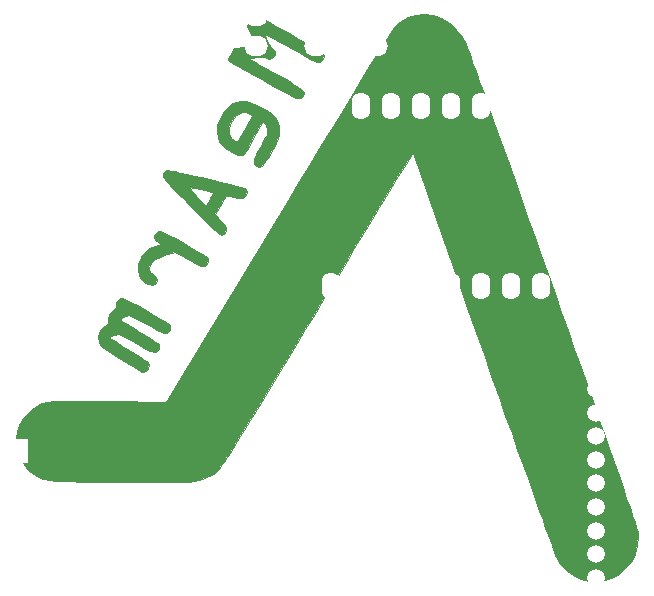
<source format=gbo>
G04 #@! TF.FileFunction,Legend,Bot*
%FSLAX46Y46*%
G04 Gerber Fmt 4.6, Leading zero omitted, Abs format (unit mm)*
G04 Created by KiCad (PCBNEW (2015-01-16 BZR 5376)-product) date 26/03/2015 09:41:38*
%MOMM*%
G01*
G04 APERTURE LIST*
%ADD10C,0.100000*%
%ADD11C,2.000000*%
%ADD12R,2.000000X2.000000*%
%ADD13R,1.574800X2.286000*%
%ADD14O,1.574800X2.286000*%
%ADD15R,1.727200X1.727200*%
%ADD16O,1.727200X1.727200*%
%ADD17C,4.800600*%
%ADD18R,4.800600X4.800600*%
%ADD19R,2.032000X1.727200*%
%ADD20O,2.032000X1.727200*%
%ADD21C,1.500000*%
G04 APERTURE END LIST*
D10*
G36*
X122465325Y-113611348D02*
X122515355Y-114314765D01*
X122705227Y-114987783D01*
X123027061Y-115607944D01*
X123472978Y-116152791D01*
X124035099Y-116599865D01*
X124434916Y-116816454D01*
X124582143Y-116879145D01*
X124739817Y-116933857D01*
X124920353Y-116981263D01*
X125136166Y-117022039D01*
X125399669Y-117056858D01*
X125723279Y-117086395D01*
X126119410Y-117111325D01*
X126600476Y-117132321D01*
X127178892Y-117150058D01*
X127867073Y-117165211D01*
X128677433Y-117178453D01*
X129622388Y-117190460D01*
X130714352Y-117201906D01*
X131699661Y-117211090D01*
X132798147Y-117220345D01*
X133741230Y-117226755D01*
X134542819Y-117230132D01*
X135216823Y-117230289D01*
X135777151Y-117227037D01*
X136237712Y-117220191D01*
X136612415Y-117209562D01*
X136915169Y-117194963D01*
X137159884Y-117176208D01*
X137360469Y-117153108D01*
X137488581Y-117133121D01*
X138198565Y-116968408D01*
X138781926Y-116736920D01*
X139273950Y-116421476D01*
X139633249Y-116088920D01*
X139717235Y-115985062D01*
X139846883Y-115802733D01*
X140024931Y-115537488D01*
X140254116Y-115184880D01*
X140537177Y-114740463D01*
X140876851Y-114199792D01*
X141275876Y-113558420D01*
X141736991Y-112811902D01*
X142262932Y-111955792D01*
X142856439Y-110985644D01*
X143520249Y-109897011D01*
X144257099Y-108685448D01*
X145069729Y-107346509D01*
X145960875Y-105875748D01*
X146933276Y-104268719D01*
X147989669Y-102520976D01*
X148039667Y-102438217D01*
X148867278Y-101069084D01*
X149671451Y-99740288D01*
X150447825Y-98458964D01*
X151192042Y-97232248D01*
X151899743Y-96067275D01*
X152566567Y-94971180D01*
X153188156Y-93951100D01*
X153760151Y-93014169D01*
X154278192Y-92167524D01*
X154737920Y-91418299D01*
X155134975Y-90773631D01*
X155464999Y-90240654D01*
X155723632Y-89826505D01*
X155906514Y-89538318D01*
X156009287Y-89383229D01*
X156031166Y-89357360D01*
X157048357Y-92237593D01*
X158010601Y-94961922D01*
X158919246Y-97534143D01*
X159775638Y-99958053D01*
X160581126Y-102237449D01*
X161337056Y-104376129D01*
X162044776Y-106377889D01*
X162705633Y-108246528D01*
X163320974Y-109985841D01*
X163892148Y-111599626D01*
X164420500Y-113091680D01*
X164907379Y-114465801D01*
X165354132Y-115725785D01*
X165762105Y-116875429D01*
X166132647Y-117918531D01*
X166467104Y-118858888D01*
X166766825Y-119700296D01*
X167033156Y-120446554D01*
X167267444Y-121101457D01*
X167471037Y-121668804D01*
X167645283Y-122152391D01*
X167791528Y-122556016D01*
X167911120Y-122883475D01*
X168005406Y-123138566D01*
X168075733Y-123325086D01*
X168123449Y-123446832D01*
X168144683Y-123496779D01*
X168524340Y-124131639D01*
X169022826Y-124670788D01*
X169615063Y-125100951D01*
X170275976Y-125408849D01*
X170980487Y-125581206D01*
X171703519Y-125604745D01*
X172042667Y-125560612D01*
X172801792Y-125339701D01*
X173475414Y-124983958D01*
X174050894Y-124510781D01*
X174515592Y-123937568D01*
X174856869Y-123281715D01*
X175062084Y-122560621D01*
X175118598Y-121791684D01*
X175084380Y-121373955D01*
X175050924Y-121254674D01*
X174963585Y-120984085D01*
X174825268Y-120570411D01*
X174638875Y-120021870D01*
X174407308Y-119346685D01*
X174133469Y-118553077D01*
X173820263Y-117649267D01*
X173470591Y-116643475D01*
X173087356Y-115543923D01*
X172673461Y-114358832D01*
X172231808Y-113096422D01*
X171765300Y-111764915D01*
X171276839Y-110372532D01*
X170769329Y-108927494D01*
X170245672Y-107438022D01*
X169708770Y-105912336D01*
X169161526Y-104358658D01*
X168606844Y-102785209D01*
X168047625Y-101200210D01*
X167486771Y-99611882D01*
X166927187Y-98028446D01*
X166371774Y-96458123D01*
X165823436Y-94909134D01*
X165285074Y-93389700D01*
X164759591Y-91908041D01*
X164249891Y-90472380D01*
X163758875Y-89090937D01*
X163289446Y-87771933D01*
X162844508Y-86523589D01*
X162426962Y-85354127D01*
X162039712Y-84271766D01*
X161685659Y-83284729D01*
X161367707Y-82401235D01*
X161088758Y-81629507D01*
X160851716Y-80977766D01*
X160659481Y-80454231D01*
X160514958Y-80067125D01*
X160421049Y-79824668D01*
X160384935Y-79741497D01*
X160152234Y-79398782D01*
X159818861Y-79015339D01*
X159427533Y-78631511D01*
X159020969Y-78287645D01*
X158641886Y-78024085D01*
X158468625Y-77931624D01*
X157742771Y-77684443D01*
X157009023Y-77594465D01*
X156289173Y-77657507D01*
X155605008Y-77869390D01*
X154978319Y-78225932D01*
X154448711Y-78702968D01*
X154358495Y-78827418D01*
X154183654Y-79093323D01*
X153926536Y-79496847D01*
X153589488Y-80034154D01*
X153174857Y-80701408D01*
X152684991Y-81494773D01*
X152122237Y-82410411D01*
X151488942Y-83444487D01*
X150787453Y-84593165D01*
X150020118Y-85852608D01*
X149189283Y-87218980D01*
X148297297Y-88688445D01*
X147346507Y-90257166D01*
X146339259Y-91921308D01*
X145277901Y-93677033D01*
X144610667Y-94781815D01*
X135170333Y-110418036D01*
X130328186Y-110361884D01*
X129254711Y-110349660D01*
X128336043Y-110340404D01*
X127557668Y-110335038D01*
X126905073Y-110334482D01*
X126363743Y-110339657D01*
X125919165Y-110351484D01*
X125556826Y-110370882D01*
X125262210Y-110398773D01*
X125020806Y-110436077D01*
X124818097Y-110483715D01*
X124639572Y-110542607D01*
X124470716Y-110613675D01*
X124297014Y-110697838D01*
X124192100Y-110751091D01*
X123840034Y-110986770D01*
X123468748Y-111326858D01*
X123126477Y-111720446D01*
X122861456Y-112116624D01*
X122816309Y-112203148D01*
X122563017Y-112899990D01*
X122465325Y-113611348D01*
X122465325Y-113611348D01*
X122465325Y-113611348D01*
G37*
X122465325Y-113611348D02*
X122515355Y-114314765D01*
X122705227Y-114987783D01*
X123027061Y-115607944D01*
X123472978Y-116152791D01*
X124035099Y-116599865D01*
X124434916Y-116816454D01*
X124582143Y-116879145D01*
X124739817Y-116933857D01*
X124920353Y-116981263D01*
X125136166Y-117022039D01*
X125399669Y-117056858D01*
X125723279Y-117086395D01*
X126119410Y-117111325D01*
X126600476Y-117132321D01*
X127178892Y-117150058D01*
X127867073Y-117165211D01*
X128677433Y-117178453D01*
X129622388Y-117190460D01*
X130714352Y-117201906D01*
X131699661Y-117211090D01*
X132798147Y-117220345D01*
X133741230Y-117226755D01*
X134542819Y-117230132D01*
X135216823Y-117230289D01*
X135777151Y-117227037D01*
X136237712Y-117220191D01*
X136612415Y-117209562D01*
X136915169Y-117194963D01*
X137159884Y-117176208D01*
X137360469Y-117153108D01*
X137488581Y-117133121D01*
X138198565Y-116968408D01*
X138781926Y-116736920D01*
X139273950Y-116421476D01*
X139633249Y-116088920D01*
X139717235Y-115985062D01*
X139846883Y-115802733D01*
X140024931Y-115537488D01*
X140254116Y-115184880D01*
X140537177Y-114740463D01*
X140876851Y-114199792D01*
X141275876Y-113558420D01*
X141736991Y-112811902D01*
X142262932Y-111955792D01*
X142856439Y-110985644D01*
X143520249Y-109897011D01*
X144257099Y-108685448D01*
X145069729Y-107346509D01*
X145960875Y-105875748D01*
X146933276Y-104268719D01*
X147989669Y-102520976D01*
X148039667Y-102438217D01*
X148867278Y-101069084D01*
X149671451Y-99740288D01*
X150447825Y-98458964D01*
X151192042Y-97232248D01*
X151899743Y-96067275D01*
X152566567Y-94971180D01*
X153188156Y-93951100D01*
X153760151Y-93014169D01*
X154278192Y-92167524D01*
X154737920Y-91418299D01*
X155134975Y-90773631D01*
X155464999Y-90240654D01*
X155723632Y-89826505D01*
X155906514Y-89538318D01*
X156009287Y-89383229D01*
X156031166Y-89357360D01*
X157048357Y-92237593D01*
X158010601Y-94961922D01*
X158919246Y-97534143D01*
X159775638Y-99958053D01*
X160581126Y-102237449D01*
X161337056Y-104376129D01*
X162044776Y-106377889D01*
X162705633Y-108246528D01*
X163320974Y-109985841D01*
X163892148Y-111599626D01*
X164420500Y-113091680D01*
X164907379Y-114465801D01*
X165354132Y-115725785D01*
X165762105Y-116875429D01*
X166132647Y-117918531D01*
X166467104Y-118858888D01*
X166766825Y-119700296D01*
X167033156Y-120446554D01*
X167267444Y-121101457D01*
X167471037Y-121668804D01*
X167645283Y-122152391D01*
X167791528Y-122556016D01*
X167911120Y-122883475D01*
X168005406Y-123138566D01*
X168075733Y-123325086D01*
X168123449Y-123446832D01*
X168144683Y-123496779D01*
X168524340Y-124131639D01*
X169022826Y-124670788D01*
X169615063Y-125100951D01*
X170275976Y-125408849D01*
X170980487Y-125581206D01*
X171703519Y-125604745D01*
X172042667Y-125560612D01*
X172801792Y-125339701D01*
X173475414Y-124983958D01*
X174050894Y-124510781D01*
X174515592Y-123937568D01*
X174856869Y-123281715D01*
X175062084Y-122560621D01*
X175118598Y-121791684D01*
X175084380Y-121373955D01*
X175050924Y-121254674D01*
X174963585Y-120984085D01*
X174825268Y-120570411D01*
X174638875Y-120021870D01*
X174407308Y-119346685D01*
X174133469Y-118553077D01*
X173820263Y-117649267D01*
X173470591Y-116643475D01*
X173087356Y-115543923D01*
X172673461Y-114358832D01*
X172231808Y-113096422D01*
X171765300Y-111764915D01*
X171276839Y-110372532D01*
X170769329Y-108927494D01*
X170245672Y-107438022D01*
X169708770Y-105912336D01*
X169161526Y-104358658D01*
X168606844Y-102785209D01*
X168047625Y-101200210D01*
X167486771Y-99611882D01*
X166927187Y-98028446D01*
X166371774Y-96458123D01*
X165823436Y-94909134D01*
X165285074Y-93389700D01*
X164759591Y-91908041D01*
X164249891Y-90472380D01*
X163758875Y-89090937D01*
X163289446Y-87771933D01*
X162844508Y-86523589D01*
X162426962Y-85354127D01*
X162039712Y-84271766D01*
X161685659Y-83284729D01*
X161367707Y-82401235D01*
X161088758Y-81629507D01*
X160851716Y-80977766D01*
X160659481Y-80454231D01*
X160514958Y-80067125D01*
X160421049Y-79824668D01*
X160384935Y-79741497D01*
X160152234Y-79398782D01*
X159818861Y-79015339D01*
X159427533Y-78631511D01*
X159020969Y-78287645D01*
X158641886Y-78024085D01*
X158468625Y-77931624D01*
X157742771Y-77684443D01*
X157009023Y-77594465D01*
X156289173Y-77657507D01*
X155605008Y-77869390D01*
X154978319Y-78225932D01*
X154448711Y-78702968D01*
X154358495Y-78827418D01*
X154183654Y-79093323D01*
X153926536Y-79496847D01*
X153589488Y-80034154D01*
X153174857Y-80701408D01*
X152684991Y-81494773D01*
X152122237Y-82410411D01*
X151488942Y-83444487D01*
X150787453Y-84593165D01*
X150020118Y-85852608D01*
X149189283Y-87218980D01*
X148297297Y-88688445D01*
X147346507Y-90257166D01*
X146339259Y-91921308D01*
X145277901Y-93677033D01*
X144610667Y-94781815D01*
X135170333Y-110418036D01*
X130328186Y-110361884D01*
X129254711Y-110349660D01*
X128336043Y-110340404D01*
X127557668Y-110335038D01*
X126905073Y-110334482D01*
X126363743Y-110339657D01*
X125919165Y-110351484D01*
X125556826Y-110370882D01*
X125262210Y-110398773D01*
X125020806Y-110436077D01*
X124818097Y-110483715D01*
X124639572Y-110542607D01*
X124470716Y-110613675D01*
X124297014Y-110697838D01*
X124192100Y-110751091D01*
X123840034Y-110986770D01*
X123468748Y-111326858D01*
X123126477Y-111720446D01*
X122861456Y-112116624D01*
X122816309Y-112203148D01*
X122563017Y-112899990D01*
X122465325Y-113611348D01*
X122465325Y-113611348D01*
G36*
X129381018Y-104945174D02*
X129436442Y-105329863D01*
X129561167Y-105577953D01*
X129716425Y-105736567D01*
X130013271Y-105964807D01*
X130454434Y-106264570D01*
X131042641Y-106637752D01*
X131402667Y-106858500D01*
X131882424Y-107146684D01*
X132318790Y-107402669D01*
X132689465Y-107613869D01*
X132972152Y-107767699D01*
X133144554Y-107851572D01*
X133182995Y-107863360D01*
X133347067Y-107818669D01*
X133500495Y-107733532D01*
X133650231Y-107538650D01*
X133683469Y-107291105D01*
X133596300Y-107062251D01*
X133540500Y-107003039D01*
X133425238Y-106922124D01*
X133189002Y-106769288D01*
X132856018Y-106559741D01*
X132450509Y-106308693D01*
X131996698Y-106031353D01*
X131885734Y-105964050D01*
X131437121Y-105687359D01*
X131044606Y-105435683D01*
X130729098Y-105223228D01*
X130511512Y-105064204D01*
X130412759Y-104972820D01*
X130409359Y-104960925D01*
X130502036Y-104880327D01*
X130698395Y-104786514D01*
X130785232Y-104755034D01*
X131130881Y-104639817D01*
X132579469Y-105457330D01*
X133136480Y-105767016D01*
X133568294Y-105992790D01*
X133893925Y-106139485D01*
X134132390Y-106211937D01*
X134302705Y-106214979D01*
X134423884Y-106153448D01*
X134514945Y-106032177D01*
X134551474Y-105958720D01*
X134599710Y-105818900D01*
X134598521Y-105689175D01*
X134533078Y-105556381D01*
X134388552Y-105407352D01*
X134150116Y-105228924D01*
X133802941Y-105007929D01*
X133332198Y-104731204D01*
X132877852Y-104472801D01*
X132408220Y-104202903D01*
X131992957Y-103954954D01*
X131653448Y-103742492D01*
X131411077Y-103579057D01*
X131287230Y-103478187D01*
X131275667Y-103458438D01*
X131347574Y-103365547D01*
X131531070Y-103250420D01*
X131667881Y-103187319D01*
X132060095Y-103026359D01*
X133403548Y-103780515D01*
X133843068Y-104025683D01*
X134239126Y-104243681D01*
X134565086Y-104420080D01*
X134794312Y-104540452D01*
X134895902Y-104588960D01*
X135145391Y-104604660D01*
X135357741Y-104492998D01*
X135497039Y-104295942D01*
X135527371Y-104055461D01*
X135478509Y-103908127D01*
X135378665Y-103817650D01*
X135153004Y-103662899D01*
X134826008Y-103457601D01*
X134422161Y-103215482D01*
X133965945Y-102950266D01*
X133481842Y-102675679D01*
X132994335Y-102405448D01*
X132527907Y-102153297D01*
X132107041Y-101932953D01*
X131756219Y-101758140D01*
X131499923Y-101642585D01*
X131362637Y-101600013D01*
X131361452Y-101600000D01*
X131146580Y-101674777D01*
X130987278Y-101860924D01*
X130923866Y-102101167D01*
X130935635Y-102204868D01*
X130937504Y-102363206D01*
X130826200Y-102487652D01*
X130724313Y-102550581D01*
X130477395Y-102775254D01*
X130303970Y-103097407D01*
X130234539Y-103450735D01*
X130244067Y-103594605D01*
X130254360Y-103780632D01*
X130180491Y-103896526D01*
X129997785Y-103999707D01*
X129673101Y-104238847D01*
X129463708Y-104567752D01*
X129381018Y-104945174D01*
X129381018Y-104945174D01*
X129381018Y-104945174D01*
G37*
X129381018Y-104945174D02*
X129436442Y-105329863D01*
X129561167Y-105577953D01*
X129716425Y-105736567D01*
X130013271Y-105964807D01*
X130454434Y-106264570D01*
X131042641Y-106637752D01*
X131402667Y-106858500D01*
X131882424Y-107146684D01*
X132318790Y-107402669D01*
X132689465Y-107613869D01*
X132972152Y-107767699D01*
X133144554Y-107851572D01*
X133182995Y-107863360D01*
X133347067Y-107818669D01*
X133500495Y-107733532D01*
X133650231Y-107538650D01*
X133683469Y-107291105D01*
X133596300Y-107062251D01*
X133540500Y-107003039D01*
X133425238Y-106922124D01*
X133189002Y-106769288D01*
X132856018Y-106559741D01*
X132450509Y-106308693D01*
X131996698Y-106031353D01*
X131885734Y-105964050D01*
X131437121Y-105687359D01*
X131044606Y-105435683D01*
X130729098Y-105223228D01*
X130511512Y-105064204D01*
X130412759Y-104972820D01*
X130409359Y-104960925D01*
X130502036Y-104880327D01*
X130698395Y-104786514D01*
X130785232Y-104755034D01*
X131130881Y-104639817D01*
X132579469Y-105457330D01*
X133136480Y-105767016D01*
X133568294Y-105992790D01*
X133893925Y-106139485D01*
X134132390Y-106211937D01*
X134302705Y-106214979D01*
X134423884Y-106153448D01*
X134514945Y-106032177D01*
X134551474Y-105958720D01*
X134599710Y-105818900D01*
X134598521Y-105689175D01*
X134533078Y-105556381D01*
X134388552Y-105407352D01*
X134150116Y-105228924D01*
X133802941Y-105007929D01*
X133332198Y-104731204D01*
X132877852Y-104472801D01*
X132408220Y-104202903D01*
X131992957Y-103954954D01*
X131653448Y-103742492D01*
X131411077Y-103579057D01*
X131287230Y-103478187D01*
X131275667Y-103458438D01*
X131347574Y-103365547D01*
X131531070Y-103250420D01*
X131667881Y-103187319D01*
X132060095Y-103026359D01*
X133403548Y-103780515D01*
X133843068Y-104025683D01*
X134239126Y-104243681D01*
X134565086Y-104420080D01*
X134794312Y-104540452D01*
X134895902Y-104588960D01*
X135145391Y-104604660D01*
X135357741Y-104492998D01*
X135497039Y-104295942D01*
X135527371Y-104055461D01*
X135478509Y-103908127D01*
X135378665Y-103817650D01*
X135153004Y-103662899D01*
X134826008Y-103457601D01*
X134422161Y-103215482D01*
X133965945Y-102950266D01*
X133481842Y-102675679D01*
X132994335Y-102405448D01*
X132527907Y-102153297D01*
X132107041Y-101932953D01*
X131756219Y-101758140D01*
X131499923Y-101642585D01*
X131362637Y-101600013D01*
X131361452Y-101600000D01*
X131146580Y-101674777D01*
X130987278Y-101860924D01*
X130923866Y-102101167D01*
X130935635Y-102204868D01*
X130937504Y-102363206D01*
X130826200Y-102487652D01*
X130724313Y-102550581D01*
X130477395Y-102775254D01*
X130303970Y-103097407D01*
X130234539Y-103450735D01*
X130244067Y-103594605D01*
X130254360Y-103780632D01*
X130180491Y-103896526D01*
X129997785Y-103999707D01*
X129673101Y-104238847D01*
X129463708Y-104567752D01*
X129381018Y-104945174D01*
X129381018Y-104945174D01*
G36*
X132748913Y-99206863D02*
X132827277Y-99652617D01*
X133037354Y-100037398D01*
X133370393Y-100330457D01*
X133671542Y-100461275D01*
X133957735Y-100495951D01*
X134182866Y-100434226D01*
X134278355Y-100335566D01*
X134360013Y-100081907D01*
X134301251Y-99854285D01*
X134091659Y-99620870D01*
X134027333Y-99568000D01*
X133832895Y-99394072D01*
X133710412Y-99246184D01*
X133688667Y-99190549D01*
X133727692Y-99057888D01*
X133827280Y-98840220D01*
X133901562Y-98700416D01*
X134003601Y-98530003D01*
X134109114Y-98404735D01*
X134253274Y-98302265D01*
X134471256Y-98200244D01*
X134798232Y-98076322D01*
X134994550Y-98005945D01*
X135874642Y-97692384D01*
X136865450Y-98254885D01*
X137341027Y-98522725D01*
X137695163Y-98714582D01*
X137952390Y-98840292D01*
X138137243Y-98909689D01*
X138274257Y-98932609D01*
X138387964Y-98918886D01*
X138461605Y-98894745D01*
X138640303Y-98746951D01*
X138732773Y-98515141D01*
X138712904Y-98273599D01*
X138694288Y-98232763D01*
X138596009Y-98144995D01*
X138372003Y-97992614D01*
X138046681Y-97789313D01*
X137644457Y-97548784D01*
X137189742Y-97284719D01*
X136706950Y-97010812D01*
X136220491Y-96740755D01*
X135754779Y-96488241D01*
X135334226Y-96266961D01*
X134983243Y-96090610D01*
X134726245Y-95972879D01*
X134587643Y-95927461D01*
X134583979Y-95927333D01*
X134372274Y-96001572D01*
X134197330Y-96184386D01*
X134113400Y-96415924D01*
X134112000Y-96448008D01*
X134173436Y-96586330D01*
X134328154Y-96765070D01*
X134408719Y-96836919D01*
X134705437Y-97081500D01*
X134241551Y-97227727D01*
X133757199Y-97436239D01*
X133374818Y-97738678D01*
X133052034Y-98170004D01*
X133007150Y-98246215D01*
X132807218Y-98728581D01*
X132748913Y-99206863D01*
X132748913Y-99206863D01*
X132748913Y-99206863D01*
G37*
X132748913Y-99206863D02*
X132827277Y-99652617D01*
X133037354Y-100037398D01*
X133370393Y-100330457D01*
X133671542Y-100461275D01*
X133957735Y-100495951D01*
X134182866Y-100434226D01*
X134278355Y-100335566D01*
X134360013Y-100081907D01*
X134301251Y-99854285D01*
X134091659Y-99620870D01*
X134027333Y-99568000D01*
X133832895Y-99394072D01*
X133710412Y-99246184D01*
X133688667Y-99190549D01*
X133727692Y-99057888D01*
X133827280Y-98840220D01*
X133901562Y-98700416D01*
X134003601Y-98530003D01*
X134109114Y-98404735D01*
X134253274Y-98302265D01*
X134471256Y-98200244D01*
X134798232Y-98076322D01*
X134994550Y-98005945D01*
X135874642Y-97692384D01*
X136865450Y-98254885D01*
X137341027Y-98522725D01*
X137695163Y-98714582D01*
X137952390Y-98840292D01*
X138137243Y-98909689D01*
X138274257Y-98932609D01*
X138387964Y-98918886D01*
X138461605Y-98894745D01*
X138640303Y-98746951D01*
X138732773Y-98515141D01*
X138712904Y-98273599D01*
X138694288Y-98232763D01*
X138596009Y-98144995D01*
X138372003Y-97992614D01*
X138046681Y-97789313D01*
X137644457Y-97548784D01*
X137189742Y-97284719D01*
X136706950Y-97010812D01*
X136220491Y-96740755D01*
X135754779Y-96488241D01*
X135334226Y-96266961D01*
X134983243Y-96090610D01*
X134726245Y-95972879D01*
X134587643Y-95927461D01*
X134583979Y-95927333D01*
X134372274Y-96001572D01*
X134197330Y-96184386D01*
X134113400Y-96415924D01*
X134112000Y-96448008D01*
X134173436Y-96586330D01*
X134328154Y-96765070D01*
X134408719Y-96836919D01*
X134705437Y-97081500D01*
X134241551Y-97227727D01*
X133757199Y-97436239D01*
X133374818Y-97738678D01*
X133052034Y-98170004D01*
X133007150Y-98246215D01*
X132807218Y-98728581D01*
X132748913Y-99206863D01*
X132748913Y-99206863D01*
G36*
X134903963Y-91179069D02*
X134909290Y-91384386D01*
X134978130Y-91483891D01*
X135153085Y-91689318D01*
X135420938Y-91986450D01*
X135768470Y-92361072D01*
X136182463Y-92798966D01*
X136649698Y-93285916D01*
X137100229Y-93749352D01*
X137100229Y-92236075D01*
X137101128Y-92232650D01*
X137189033Y-92238526D01*
X137402971Y-92274507D01*
X137704038Y-92332362D01*
X138053330Y-92403858D01*
X138411945Y-92480762D01*
X138740977Y-92554842D01*
X139001525Y-92617865D01*
X139154683Y-92661600D01*
X139177355Y-92672004D01*
X139151667Y-92750476D01*
X139058652Y-92937851D01*
X138916943Y-93197141D01*
X138881022Y-93260266D01*
X138557000Y-93825711D01*
X137810550Y-93047694D01*
X137532899Y-92752733D01*
X137308024Y-92503131D01*
X137156833Y-92322906D01*
X137100229Y-92236075D01*
X137100229Y-93749352D01*
X137156958Y-93807707D01*
X137265990Y-93919012D01*
X137875094Y-94538986D01*
X138378222Y-95046779D01*
X138787491Y-95451571D01*
X139115017Y-95762541D01*
X139372915Y-95988868D01*
X139573302Y-96139732D01*
X139728293Y-96224311D01*
X139850005Y-96251784D01*
X139950553Y-96231332D01*
X140042054Y-96172133D01*
X140130671Y-96089329D01*
X140250638Y-95900284D01*
X140244771Y-95682905D01*
X140106789Y-95419453D01*
X139830412Y-95092192D01*
X139747349Y-95006777D01*
X139296380Y-94551887D01*
X139716571Y-93821443D01*
X139902776Y-93502807D01*
X140063135Y-93237655D01*
X140175641Y-93061894D01*
X140211538Y-93013742D01*
X140332266Y-92991041D01*
X140583663Y-93013688D01*
X140934073Y-93078820D01*
X140936224Y-93079292D01*
X141271416Y-93148710D01*
X141488070Y-93177346D01*
X141631839Y-93165835D01*
X141748376Y-93114811D01*
X141786067Y-93091097D01*
X141944504Y-92898588D01*
X141983263Y-92651074D01*
X141897499Y-92417695D01*
X141837833Y-92352728D01*
X141720847Y-92302626D01*
X141461083Y-92222541D01*
X141080762Y-92117655D01*
X140602104Y-91993147D01*
X140047330Y-91854198D01*
X139438659Y-91705988D01*
X138798312Y-91553699D01*
X138148508Y-91402510D01*
X137511469Y-91257602D01*
X136909413Y-91124155D01*
X136364562Y-91007351D01*
X135899134Y-90912369D01*
X135535351Y-90844390D01*
X135295433Y-90808595D01*
X135207020Y-90806792D01*
X135010420Y-90948111D01*
X134903963Y-91179069D01*
X134903963Y-91179069D01*
X134903963Y-91179069D01*
G37*
X134903963Y-91179069D02*
X134909290Y-91384386D01*
X134978130Y-91483891D01*
X135153085Y-91689318D01*
X135420938Y-91986450D01*
X135768470Y-92361072D01*
X136182463Y-92798966D01*
X136649698Y-93285916D01*
X137100229Y-93749352D01*
X137100229Y-92236075D01*
X137101128Y-92232650D01*
X137189033Y-92238526D01*
X137402971Y-92274507D01*
X137704038Y-92332362D01*
X138053330Y-92403858D01*
X138411945Y-92480762D01*
X138740977Y-92554842D01*
X139001525Y-92617865D01*
X139154683Y-92661600D01*
X139177355Y-92672004D01*
X139151667Y-92750476D01*
X139058652Y-92937851D01*
X138916943Y-93197141D01*
X138881022Y-93260266D01*
X138557000Y-93825711D01*
X137810550Y-93047694D01*
X137532899Y-92752733D01*
X137308024Y-92503131D01*
X137156833Y-92322906D01*
X137100229Y-92236075D01*
X137100229Y-93749352D01*
X137156958Y-93807707D01*
X137265990Y-93919012D01*
X137875094Y-94538986D01*
X138378222Y-95046779D01*
X138787491Y-95451571D01*
X139115017Y-95762541D01*
X139372915Y-95988868D01*
X139573302Y-96139732D01*
X139728293Y-96224311D01*
X139850005Y-96251784D01*
X139950553Y-96231332D01*
X140042054Y-96172133D01*
X140130671Y-96089329D01*
X140250638Y-95900284D01*
X140244771Y-95682905D01*
X140106789Y-95419453D01*
X139830412Y-95092192D01*
X139747349Y-95006777D01*
X139296380Y-94551887D01*
X139716571Y-93821443D01*
X139902776Y-93502807D01*
X140063135Y-93237655D01*
X140175641Y-93061894D01*
X140211538Y-93013742D01*
X140332266Y-92991041D01*
X140583663Y-93013688D01*
X140934073Y-93078820D01*
X140936224Y-93079292D01*
X141271416Y-93148710D01*
X141488070Y-93177346D01*
X141631839Y-93165835D01*
X141748376Y-93114811D01*
X141786067Y-93091097D01*
X141944504Y-92898588D01*
X141983263Y-92651074D01*
X141897499Y-92417695D01*
X141837833Y-92352728D01*
X141720847Y-92302626D01*
X141461083Y-92222541D01*
X141080762Y-92117655D01*
X140602104Y-91993147D01*
X140047330Y-91854198D01*
X139438659Y-91705988D01*
X138798312Y-91553699D01*
X138148508Y-91402510D01*
X137511469Y-91257602D01*
X136909413Y-91124155D01*
X136364562Y-91007351D01*
X135899134Y-90912369D01*
X135535351Y-90844390D01*
X135295433Y-90808595D01*
X135207020Y-90806792D01*
X135010420Y-90948111D01*
X134903963Y-91179069D01*
X134903963Y-91179069D01*
G36*
X139452171Y-87252370D02*
X139469392Y-87524435D01*
X139472078Y-87556666D01*
X139539874Y-88030656D01*
X139670693Y-88399150D01*
X139891597Y-88703178D01*
X140229649Y-88983771D01*
X140456776Y-89128615D01*
X140456776Y-87462210D01*
X140464265Y-87222938D01*
X140539285Y-86990092D01*
X140694984Y-86693151D01*
X140711322Y-86664510D01*
X140909212Y-86356332D01*
X141101751Y-86157682D01*
X141339069Y-86018100D01*
X141365261Y-86006302D01*
X141667281Y-85901260D01*
X141903413Y-85906778D01*
X142141358Y-86029360D01*
X142221446Y-86088567D01*
X142414558Y-86237669D01*
X141809318Y-87311473D01*
X141204078Y-88385278D01*
X140879258Y-88219567D01*
X140643612Y-88063208D01*
X140527268Y-87874024D01*
X140503672Y-87778428D01*
X140456776Y-87462210D01*
X140456776Y-89128615D01*
X140546771Y-89186008D01*
X140967686Y-89416988D01*
X141283722Y-89540905D01*
X141517347Y-89562306D01*
X141691031Y-89485739D01*
X141748353Y-89429167D01*
X141832056Y-89306387D01*
X141979934Y-89064321D01*
X142174749Y-88732158D01*
X142399265Y-88339091D01*
X142535766Y-88095667D01*
X142765947Y-87685001D01*
X142972117Y-87322091D01*
X143138204Y-87034851D01*
X143248135Y-86851196D01*
X143280431Y-86802364D01*
X143395367Y-86751169D01*
X143521839Y-86836446D01*
X143635518Y-87029175D01*
X143712077Y-87300337D01*
X143715371Y-87321193D01*
X143730764Y-87473846D01*
X143719133Y-87619370D01*
X143668656Y-87788566D01*
X143567514Y-88012234D01*
X143403887Y-88321174D01*
X143173883Y-88732167D01*
X142885615Y-89264033D01*
X142693538Y-89675832D01*
X142593480Y-89983886D01*
X142581273Y-90204517D01*
X142652748Y-90354047D01*
X142742434Y-90421021D01*
X143020161Y-90503819D01*
X143261828Y-90426064D01*
X143449872Y-90233500D01*
X143568659Y-90053885D01*
X143745098Y-89764499D01*
X143955962Y-89404342D01*
X144178027Y-89012415D01*
X144191991Y-88987319D01*
X144457172Y-88485373D01*
X144631129Y-88080755D01*
X144721700Y-87733457D01*
X144736720Y-87403472D01*
X144684027Y-87050793D01*
X144620224Y-86801184D01*
X144519550Y-86533843D01*
X144365553Y-86297250D01*
X144134706Y-86069830D01*
X143803480Y-85830009D01*
X143348346Y-85556212D01*
X143129000Y-85433817D01*
X142616756Y-85168773D01*
X142202865Y-84999890D01*
X141851000Y-84920688D01*
X141524832Y-84924691D01*
X141188032Y-85005419D01*
X141035214Y-85060435D01*
X140663037Y-85233437D01*
X140367581Y-85449989D01*
X140110934Y-85747186D01*
X139855184Y-86162125D01*
X139794418Y-86274507D01*
X139620435Y-86608821D01*
X139514317Y-86847767D01*
X139462687Y-87044548D01*
X139452171Y-87252370D01*
X139452171Y-87252370D01*
X139452171Y-87252370D01*
G37*
X139452171Y-87252370D02*
X139469392Y-87524435D01*
X139472078Y-87556666D01*
X139539874Y-88030656D01*
X139670693Y-88399150D01*
X139891597Y-88703178D01*
X140229649Y-88983771D01*
X140456776Y-89128615D01*
X140456776Y-87462210D01*
X140464265Y-87222938D01*
X140539285Y-86990092D01*
X140694984Y-86693151D01*
X140711322Y-86664510D01*
X140909212Y-86356332D01*
X141101751Y-86157682D01*
X141339069Y-86018100D01*
X141365261Y-86006302D01*
X141667281Y-85901260D01*
X141903413Y-85906778D01*
X142141358Y-86029360D01*
X142221446Y-86088567D01*
X142414558Y-86237669D01*
X141809318Y-87311473D01*
X141204078Y-88385278D01*
X140879258Y-88219567D01*
X140643612Y-88063208D01*
X140527268Y-87874024D01*
X140503672Y-87778428D01*
X140456776Y-87462210D01*
X140456776Y-89128615D01*
X140546771Y-89186008D01*
X140967686Y-89416988D01*
X141283722Y-89540905D01*
X141517347Y-89562306D01*
X141691031Y-89485739D01*
X141748353Y-89429167D01*
X141832056Y-89306387D01*
X141979934Y-89064321D01*
X142174749Y-88732158D01*
X142399265Y-88339091D01*
X142535766Y-88095667D01*
X142765947Y-87685001D01*
X142972117Y-87322091D01*
X143138204Y-87034851D01*
X143248135Y-86851196D01*
X143280431Y-86802364D01*
X143395367Y-86751169D01*
X143521839Y-86836446D01*
X143635518Y-87029175D01*
X143712077Y-87300337D01*
X143715371Y-87321193D01*
X143730764Y-87473846D01*
X143719133Y-87619370D01*
X143668656Y-87788566D01*
X143567514Y-88012234D01*
X143403887Y-88321174D01*
X143173883Y-88732167D01*
X142885615Y-89264033D01*
X142693538Y-89675832D01*
X142593480Y-89983886D01*
X142581273Y-90204517D01*
X142652748Y-90354047D01*
X142742434Y-90421021D01*
X143020161Y-90503819D01*
X143261828Y-90426064D01*
X143449872Y-90233500D01*
X143568659Y-90053885D01*
X143745098Y-89764499D01*
X143955962Y-89404342D01*
X144178027Y-89012415D01*
X144191991Y-88987319D01*
X144457172Y-88485373D01*
X144631129Y-88080755D01*
X144721700Y-87733457D01*
X144736720Y-87403472D01*
X144684027Y-87050793D01*
X144620224Y-86801184D01*
X144519550Y-86533843D01*
X144365553Y-86297250D01*
X144134706Y-86069830D01*
X143803480Y-85830009D01*
X143348346Y-85556212D01*
X143129000Y-85433817D01*
X142616756Y-85168773D01*
X142202865Y-84999890D01*
X141851000Y-84920688D01*
X141524832Y-84924691D01*
X141188032Y-85005419D01*
X141035214Y-85060435D01*
X140663037Y-85233437D01*
X140367581Y-85449989D01*
X140110934Y-85747186D01*
X139855184Y-86162125D01*
X139794418Y-86274507D01*
X139620435Y-86608821D01*
X139514317Y-86847767D01*
X139462687Y-87044548D01*
X139452171Y-87252370D01*
X139452171Y-87252370D01*
G36*
X140394380Y-81494528D02*
X140394792Y-81495014D01*
X140493421Y-81561117D01*
X140720492Y-81696586D01*
X141055950Y-81890328D01*
X141479742Y-82131249D01*
X141971812Y-82408258D01*
X142512106Y-82710262D01*
X143080570Y-83026168D01*
X143657150Y-83344884D01*
X144221790Y-83655318D01*
X144754438Y-83946376D01*
X145235038Y-84206966D01*
X145643536Y-84425997D01*
X145959878Y-84592374D01*
X146164009Y-84695007D01*
X146231681Y-84723533D01*
X146472453Y-84705862D01*
X146633847Y-84590819D01*
X146746531Y-84463045D01*
X146807287Y-84342581D01*
X146804665Y-84219226D01*
X146727215Y-84082780D01*
X146563484Y-83923043D01*
X146302023Y-83729812D01*
X145931381Y-83492888D01*
X145440107Y-83202068D01*
X144816750Y-82847153D01*
X144438009Y-82634667D01*
X143884903Y-82323641D01*
X143382833Y-82038179D01*
X142950028Y-81788896D01*
X142604717Y-81586409D01*
X142365131Y-81441331D01*
X142249499Y-81364279D01*
X142241649Y-81355658D01*
X142316788Y-81313565D01*
X142512798Y-81278366D01*
X142781266Y-81252805D01*
X143073779Y-81239628D01*
X143341926Y-81241579D01*
X143537294Y-81261401D01*
X143592902Y-81279055D01*
X143856162Y-81350060D01*
X144087119Y-81295717D01*
X144262271Y-81151021D01*
X144358116Y-80950967D01*
X144351151Y-80730550D01*
X144217874Y-80524765D01*
X144139918Y-80464551D01*
X144034016Y-80351609D01*
X143893081Y-80146468D01*
X143740166Y-79891018D01*
X143598323Y-79627151D01*
X143490604Y-79396758D01*
X143440060Y-79241731D01*
X143445751Y-79203076D01*
X143522088Y-79238317D01*
X143726809Y-79346878D01*
X144041089Y-79518394D01*
X144446104Y-79742500D01*
X144923029Y-80008832D01*
X145453038Y-80307023D01*
X145542000Y-80357275D01*
X146211594Y-80735611D01*
X146749808Y-81038174D01*
X147172854Y-81272198D01*
X147496948Y-81444914D01*
X147738301Y-81563555D01*
X147913129Y-81635353D01*
X148037645Y-81667540D01*
X148128062Y-81667348D01*
X148200595Y-81642009D01*
X148271456Y-81598757D01*
X148293167Y-81584446D01*
X148460376Y-81388053D01*
X148504079Y-81139651D01*
X148418740Y-80903972D01*
X148357167Y-80836299D01*
X148260969Y-80773895D01*
X148037249Y-80639938D01*
X147706080Y-80445881D01*
X147287534Y-80203174D01*
X146801686Y-79923268D01*
X146268608Y-79617614D01*
X145708373Y-79297663D01*
X145141055Y-78974866D01*
X144586725Y-78660675D01*
X144065458Y-78366538D01*
X143597325Y-78103909D01*
X143202402Y-77884238D01*
X142900759Y-77718976D01*
X142773583Y-77651057D01*
X142668679Y-77611406D01*
X142579712Y-77638555D01*
X142476390Y-77758121D01*
X142328424Y-77995724D01*
X142291145Y-78059089D01*
X141994790Y-78564741D01*
X142376330Y-79381214D01*
X142528847Y-79718483D01*
X142644632Y-79995723D01*
X142710406Y-80179710D01*
X142718414Y-80237142D01*
X142622841Y-80261485D01*
X142395740Y-80296171D01*
X142074201Y-80336013D01*
X141800431Y-80365450D01*
X140921903Y-80454303D01*
X140642452Y-80958763D01*
X140507020Y-81215269D01*
X140418068Y-81407414D01*
X140394380Y-81494528D01*
X140394380Y-81494528D01*
X140394380Y-81494528D01*
G37*
X140394380Y-81494528D02*
X140394792Y-81495014D01*
X140493421Y-81561117D01*
X140720492Y-81696586D01*
X141055950Y-81890328D01*
X141479742Y-82131249D01*
X141971812Y-82408258D01*
X142512106Y-82710262D01*
X143080570Y-83026168D01*
X143657150Y-83344884D01*
X144221790Y-83655318D01*
X144754438Y-83946376D01*
X145235038Y-84206966D01*
X145643536Y-84425997D01*
X145959878Y-84592374D01*
X146164009Y-84695007D01*
X146231681Y-84723533D01*
X146472453Y-84705862D01*
X146633847Y-84590819D01*
X146746531Y-84463045D01*
X146807287Y-84342581D01*
X146804665Y-84219226D01*
X146727215Y-84082780D01*
X146563484Y-83923043D01*
X146302023Y-83729812D01*
X145931381Y-83492888D01*
X145440107Y-83202068D01*
X144816750Y-82847153D01*
X144438009Y-82634667D01*
X143884903Y-82323641D01*
X143382833Y-82038179D01*
X142950028Y-81788896D01*
X142604717Y-81586409D01*
X142365131Y-81441331D01*
X142249499Y-81364279D01*
X142241649Y-81355658D01*
X142316788Y-81313565D01*
X142512798Y-81278366D01*
X142781266Y-81252805D01*
X143073779Y-81239628D01*
X143341926Y-81241579D01*
X143537294Y-81261401D01*
X143592902Y-81279055D01*
X143856162Y-81350060D01*
X144087119Y-81295717D01*
X144262271Y-81151021D01*
X144358116Y-80950967D01*
X144351151Y-80730550D01*
X144217874Y-80524765D01*
X144139918Y-80464551D01*
X144034016Y-80351609D01*
X143893081Y-80146468D01*
X143740166Y-79891018D01*
X143598323Y-79627151D01*
X143490604Y-79396758D01*
X143440060Y-79241731D01*
X143445751Y-79203076D01*
X143522088Y-79238317D01*
X143726809Y-79346878D01*
X144041089Y-79518394D01*
X144446104Y-79742500D01*
X144923029Y-80008832D01*
X145453038Y-80307023D01*
X145542000Y-80357275D01*
X146211594Y-80735611D01*
X146749808Y-81038174D01*
X147172854Y-81272198D01*
X147496948Y-81444914D01*
X147738301Y-81563555D01*
X147913129Y-81635353D01*
X148037645Y-81667540D01*
X148128062Y-81667348D01*
X148200595Y-81642009D01*
X148271456Y-81598757D01*
X148293167Y-81584446D01*
X148460376Y-81388053D01*
X148504079Y-81139651D01*
X148418740Y-80903972D01*
X148357167Y-80836299D01*
X148260969Y-80773895D01*
X148037249Y-80639938D01*
X147706080Y-80445881D01*
X147287534Y-80203174D01*
X146801686Y-79923268D01*
X146268608Y-79617614D01*
X145708373Y-79297663D01*
X145141055Y-78974866D01*
X144586725Y-78660675D01*
X144065458Y-78366538D01*
X143597325Y-78103909D01*
X143202402Y-77884238D01*
X142900759Y-77718976D01*
X142773583Y-77651057D01*
X142668679Y-77611406D01*
X142579712Y-77638555D01*
X142476390Y-77758121D01*
X142328424Y-77995724D01*
X142291145Y-78059089D01*
X141994790Y-78564741D01*
X142376330Y-79381214D01*
X142528847Y-79718483D01*
X142644632Y-79995723D01*
X142710406Y-80179710D01*
X142718414Y-80237142D01*
X142622841Y-80261485D01*
X142395740Y-80296171D01*
X142074201Y-80336013D01*
X141800431Y-80365450D01*
X140921903Y-80454303D01*
X140642452Y-80958763D01*
X140507020Y-81215269D01*
X140418068Y-81407414D01*
X140394380Y-81494528D01*
X140394380Y-81494528D01*
%LPC*%
D11*
X104648000Y-114554000D03*
X107188000Y-114554000D03*
X109728000Y-114554000D03*
X112268000Y-114554000D03*
X114808000Y-114554000D03*
X117348000Y-114554000D03*
X119888000Y-114554000D03*
D12*
X122428000Y-114554000D03*
D13*
X177038000Y-85344000D03*
D14*
X174498000Y-85344000D03*
X171958000Y-85344000D03*
X169418000Y-85344000D03*
X166878000Y-85344000D03*
X164338000Y-85344000D03*
X161798000Y-85344000D03*
X159258000Y-85344000D03*
X156718000Y-85344000D03*
X154178000Y-85344000D03*
X151638000Y-85344000D03*
X149098000Y-85344000D03*
X149098000Y-100584000D03*
X151638000Y-100584000D03*
X154178000Y-100584000D03*
X156718000Y-100584000D03*
X159258000Y-100584000D03*
X161798000Y-100584000D03*
X164338000Y-100584000D03*
X166878000Y-100584000D03*
X169418000Y-100584000D03*
X171958000Y-100584000D03*
X174498000Y-100584000D03*
X177038000Y-100584000D03*
D15*
X130048000Y-125984000D03*
D16*
X130048000Y-123444000D03*
X132588000Y-125984000D03*
X132588000Y-123444000D03*
X135128000Y-125984000D03*
X135128000Y-123444000D03*
X137668000Y-125984000D03*
X137668000Y-123444000D03*
X140208000Y-125984000D03*
X140208000Y-123444000D03*
D17*
X97028000Y-124714000D03*
D18*
X97028000Y-118618000D03*
D17*
X102108000Y-122428000D03*
D19*
X142748000Y-75184000D03*
D20*
X142748000Y-77724000D03*
X142748000Y-80264000D03*
D19*
X147828000Y-75184000D03*
D20*
X147828000Y-77724000D03*
X147828000Y-80264000D03*
D19*
X152908000Y-75184000D03*
D20*
X152908000Y-77724000D03*
X152908000Y-80264000D03*
D19*
X137668000Y-75184000D03*
D20*
X137668000Y-77724000D03*
X137668000Y-80264000D03*
D21*
X171528000Y-127324000D03*
X171528000Y-125324000D03*
X171528000Y-123324000D03*
X171528000Y-121324000D03*
X171528000Y-119324000D03*
X171528000Y-117324000D03*
X171528000Y-115324000D03*
X171528000Y-113324000D03*
X171528000Y-111324000D03*
X171528000Y-109324000D03*
X149528000Y-109324000D03*
X149528000Y-111324000D03*
X149528000Y-113324000D03*
X149528000Y-115324000D03*
X149528000Y-117324000D03*
X149528000Y-119324000D03*
X149528000Y-121324000D03*
X149528000Y-123324000D03*
X149528000Y-125324000D03*
X149528000Y-127324000D03*
M02*

</source>
